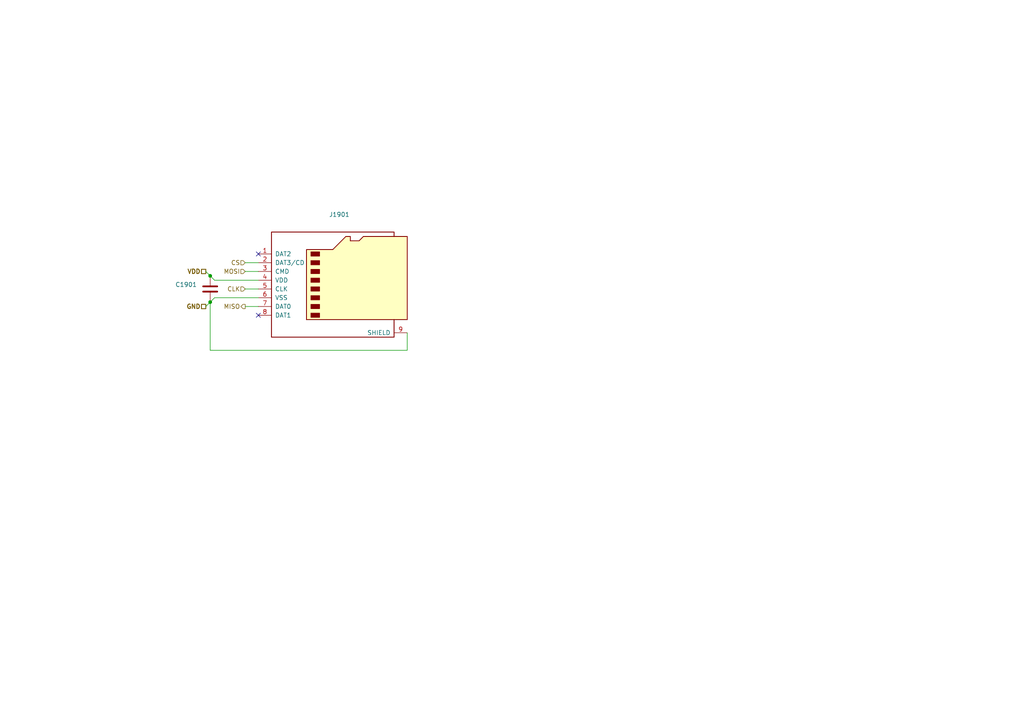
<source format=kicad_sch>
(kicad_sch (version 20211123) (generator eeschema)
  (paper "A4")
  (title_block (title "CanSat 2023") (rev "2022") (company "The Project SkyFall") (comment 1 "David Haisman"))
  (lib_symbols
    (symbol "Connector:Micro_SD_Card" (pin_names (offset 1.016))
      (property "Reference" "J" (at -16.51 15.24 0))
      (property "Value" "Micro_SD_Card" (at 16.51 15.24 0))
      (symbol "Micro_SD_Card_0_1"
        (rectangle (start -7.62 -9.525) (end -5.08 -10.795) (fill (type outline)))
        (rectangle (start -7.62 -6.985) (end -5.08 -8.255) (fill (type outline)))
        (rectangle (start -7.62 -4.445) (end -5.08 -5.715) (fill (type outline)))
        (rectangle (start -7.62 -1.905) (end -5.08 -3.175) (fill (type outline)))
        (rectangle (start -7.62 0.635) (end -5.08 -0.635) (fill (type outline)))
        (rectangle (start -7.62 3.175) (end -5.08 1.905) (fill (type outline)))
        (rectangle (start -7.62 5.715) (end -5.08 4.445) (fill (type outline)))
        (rectangle (start -7.62 8.255) (end -5.08 6.985) (fill (type outline)))
        (polyline (pts (xy 16.51 12.7) (xy 16.51 13.97) (xy -19.05 13.97) (xy -19.05 -16.51) (xy 16.51 -16.51) (xy 16.51 -11.43)) (stroke (width 0.254)))
        (polyline (pts (xy -8.89 -11.43) (xy -8.89 8.89) (xy -1.27 8.89) (xy 2.54 12.7) (xy 3.81 12.7) (xy 3.81 11.43) (xy 6.35 11.43) (xy 7.62 12.7) (xy 20.32 12.7) (xy 20.32 -11.43) (xy -8.89 -11.43)) (stroke (width 0.254)) (fill (type background)))
      )
      (symbol "Micro_SD_Card_1_1"
        (pin bidirectional line (at -22.86 7.62 0) (length 3.81) (name "DAT2") (number "1"))
        (pin bidirectional line (at -22.86 5.08 0) (length 3.81) (name "DAT3/CD") (number "2"))
        (pin input line (at -22.86 2.54 0) (length 3.81) (name "CMD") (number "3"))
        (pin power_in line (at -22.86 0 0) (length 3.81) (name "VDD") (number "4"))
        (pin input line (at -22.86 -2.54 0) (length 3.81) (name "CLK") (number "5"))
        (pin power_in line (at -22.86 -5.08 0) (length 3.81) (name "VSS") (number "6"))
        (pin bidirectional line (at -22.86 -7.62 0) (length 3.81) (name "DAT0") (number "7"))
        (pin bidirectional line (at -22.86 -10.16 0) (length 3.81) (name "DAT1") (number "8"))
        (pin passive line (at 20.32 -15.24 180) (length 3.81) (name "SHIELD") (number "9"))
      )
    )
    (symbol "Device:C" (pin_numbers hide) (pin_names (offset 0.254))
      (property "Reference" "C" (at 0.635 2.54 0))
      (property "Value" "C" (at 0.635 -2.54 0))
      (symbol "C_0_1"
        (polyline (pts (xy -2.032 -0.762) (xy 2.032 -0.762)) (stroke (width 0.508)))
        (polyline (pts (xy -2.032 0.762) (xy 2.032 0.762)) (stroke (width 0.508)))
      )
      (symbol "C_1_1"
        (pin passive line (at 0 3.81 270) (length 2.794) (name "~") (number "1"))
        (pin passive line (at 0 -3.81 90) (length 2.794) (name "~") (number "2"))
      )
    )
  )
  (junction (at 60.96 87.63))
  (junction (at 60.96 80.01))
  (no_connect (at 74.93 73.66))
  (no_connect (at 74.93 91.44))
  (wire (pts (xy 60.96 101.6) (xy 118.11 101.6)))
  (wire (pts (xy 62.23 86.36) (xy 74.93 86.36)))
  (wire (pts (xy 60.96 87.63) (xy 60.96 101.6)))
  (wire (pts (xy 62.23 81.28) (xy 60.96 80.01)))
  (wire (pts (xy 118.11 101.6) (xy 118.11 96.52)))
  (wire (pts (xy 71.12 83.82) (xy 74.93 83.82)))
  (wire (pts (xy 71.12 78.74) (xy 74.93 78.74)))
  (wire (pts (xy 62.23 81.28) (xy 74.93 81.28)))
  (wire (pts (xy 62.23 86.36) (xy 60.96 87.63)))
  (wire (pts (xy 59.69 78.74) (xy 60.96 80.01)))
  (wire (pts (xy 71.12 88.9) (xy 74.93 88.9)))
  (wire (pts (xy 71.12 76.2) (xy 74.93 76.2)))
  (wire (pts (xy 60.96 87.63) (xy 59.69 88.9)))
  (hierarchical_label "CS" (shape input) (at 71.12 76.2 180))
  (hierarchical_label "VDD" (shape passive) (at 59.69 78.74 180) (effects (font (thickness 0.254) bold)))
  (hierarchical_label "MOSI" (shape input) (at 71.12 78.74 180))
  (hierarchical_label "CLK" (shape input) (at 71.12 83.82 180))
  (hierarchical_label "GND" (shape passive) (at 59.69 88.9 180) (effects (font (thickness 0.254) bold)))
  (hierarchical_label "MISO" (shape output) (at 71.12 88.9 180))
  (symbol (lib_id "Connector:Micro_SD_Card") (at 97.79 81.28 0) (unit 1)
    (property "Reference" "J1901" (at 98.425 62.23 0))
    (property "Datasheet" "https://www.gme.cz/data/attachments/dsh.823-046.1.pdf" (effects hide))
    (property "Shop" "https://www.gme.cz/patice-pro-pametovou-kartu-slot-microsd-push-push" (effects hide))
  )
  (symbol (lib_id "Device:C") (at 60.96 83.82 0) (mirror x) (unit 1)
    (property "Reference" "C1901" (at 57.15 82.5499 0) (effects (justify right)))
  )
)
</source>
